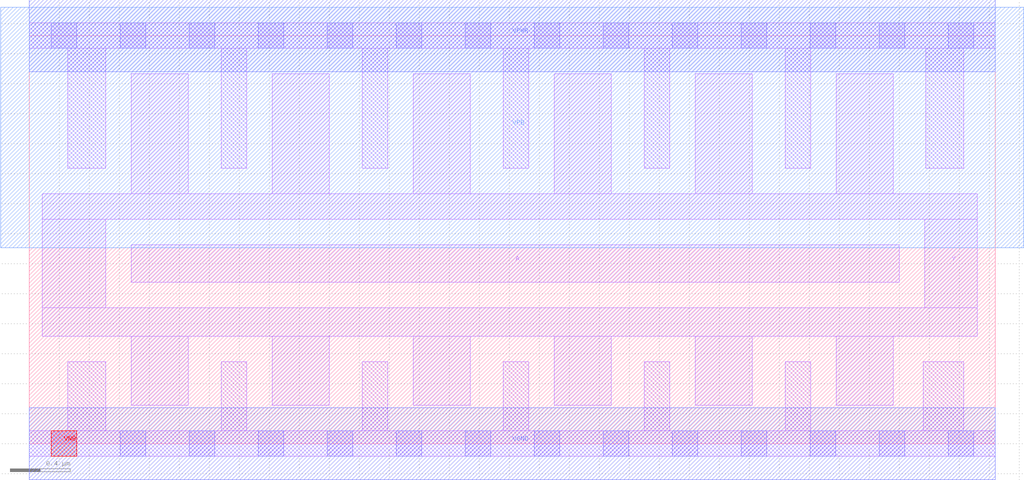
<source format=lef>
# Copyright 2020 The SkyWater PDK Authors
#
# Licensed under the Apache License, Version 2.0 (the "License");
# you may not use this file except in compliance with the License.
# You may obtain a copy of the License at
#
#     https://www.apache.org/licenses/LICENSE-2.0
#
# Unless required by applicable law or agreed to in writing, software
# distributed under the License is distributed on an "AS IS" BASIS,
# WITHOUT WARRANTIES OR CONDITIONS OF ANY KIND, either express or implied.
# See the License for the specific language governing permissions and
# limitations under the License.
#
# SPDX-License-Identifier: Apache-2.0

VERSION 5.7 ;
  NOWIREEXTENSIONATPIN ON ;
  DIVIDERCHAR "/" ;
  BUSBITCHARS "[]" ;
PROPERTYDEFINITIONS
  MACRO maskLayoutSubType STRING ;
  MACRO prCellType STRING ;
  MACRO originalViewName STRING ;
END PROPERTYDEFINITIONS
MACRO sky130_fd_sc_hdll__inv_12
  CLASS CORE ;
  FOREIGN sky130_fd_sc_hdll__inv_12 ;
  ORIGIN  0.000000  0.000000 ;
  SIZE  6.440000 BY  2.720000 ;
  SYMMETRY X Y R90 ;
  SITE unithd ;
  PIN A
    ANTENNAGATEAREA  3.330000 ;
    DIRECTION INPUT ;
    USE SIGNAL ;
    PORT
      LAYER li1 ;
        RECT 0.680000 1.075000 5.800000 1.325000 ;
    END
  END A
  PIN VGND
    ANTENNADIFFAREA  1.384500 ;
    DIRECTION INOUT ;
    USE SIGNAL ;
    PORT
      LAYER met1 ;
        RECT 0.000000 -0.240000 6.440000 0.240000 ;
    END
  END VGND
  PIN VNB
    PORT
      LAYER pwell ;
        RECT 0.145000 -0.085000 0.315000 0.085000 ;
    END
  END VNB
  PIN VPB
    PORT
      LAYER nwell ;
        RECT -0.190000 1.305000 6.630000 2.910000 ;
    END
  END VPB
  PIN VPWR
    ANTENNADIFFAREA  2.000000 ;
    DIRECTION INOUT ;
    USE SIGNAL ;
    PORT
      LAYER met1 ;
        RECT 0.000000 2.480000 6.440000 2.960000 ;
    END
  END VPWR
  PIN Y
    ANTENNADIFFAREA  3.020500 ;
    DIRECTION OUTPUT ;
    USE SIGNAL ;
    PORT
      LAYER li1 ;
        RECT 0.085000 0.715000 6.320000 0.905000 ;
        RECT 0.085000 0.905000 0.510000 1.495000 ;
        RECT 0.085000 1.495000 6.320000 1.665000 ;
        RECT 0.680000 0.255000 1.060000 0.715000 ;
        RECT 0.680000 1.665000 1.060000 2.465000 ;
        RECT 1.620000 0.255000 2.000000 0.715000 ;
        RECT 1.620000 1.665000 2.000000 2.465000 ;
        RECT 2.560000 0.255000 2.940000 0.715000 ;
        RECT 2.560000 1.665000 2.940000 2.465000 ;
        RECT 3.500000 0.255000 3.880000 0.715000 ;
        RECT 3.500000 1.665000 3.880000 2.465000 ;
        RECT 4.440000 0.255000 4.820000 0.715000 ;
        RECT 4.440000 1.665000 4.820000 2.465000 ;
        RECT 5.380000 0.255000 5.760000 0.715000 ;
        RECT 5.380000 1.665000 5.760000 2.465000 ;
        RECT 5.970000 0.905000 6.320000 1.495000 ;
    END
  END Y
  OBS
    LAYER li1 ;
      RECT 0.000000 -0.085000 6.440000 0.085000 ;
      RECT 0.000000  2.635000 6.440000 2.805000 ;
      RECT 0.255000  0.085000 0.510000 0.545000 ;
      RECT 0.255000  1.835000 0.510000 2.635000 ;
      RECT 1.280000  0.085000 1.450000 0.545000 ;
      RECT 1.280000  1.835000 1.450000 2.635000 ;
      RECT 2.220000  0.085000 2.390000 0.545000 ;
      RECT 2.220000  1.835000 2.390000 2.635000 ;
      RECT 3.160000  0.085000 3.330000 0.545000 ;
      RECT 3.160000  1.835000 3.330000 2.635000 ;
      RECT 4.100000  0.085000 4.270000 0.545000 ;
      RECT 4.100000  1.835000 4.270000 2.635000 ;
      RECT 5.040000  0.085000 5.210000 0.545000 ;
      RECT 5.040000  1.835000 5.210000 2.635000 ;
      RECT 5.960000  0.085000 6.230000 0.545000 ;
      RECT 5.975000  1.835000 6.230000 2.635000 ;
    LAYER mcon ;
      RECT 0.145000 -0.085000 0.315000 0.085000 ;
      RECT 0.145000  2.635000 0.315000 2.805000 ;
      RECT 0.605000 -0.085000 0.775000 0.085000 ;
      RECT 0.605000  2.635000 0.775000 2.805000 ;
      RECT 1.065000 -0.085000 1.235000 0.085000 ;
      RECT 1.065000  2.635000 1.235000 2.805000 ;
      RECT 1.525000 -0.085000 1.695000 0.085000 ;
      RECT 1.525000  2.635000 1.695000 2.805000 ;
      RECT 1.985000 -0.085000 2.155000 0.085000 ;
      RECT 1.985000  2.635000 2.155000 2.805000 ;
      RECT 2.445000 -0.085000 2.615000 0.085000 ;
      RECT 2.445000  2.635000 2.615000 2.805000 ;
      RECT 2.905000 -0.085000 3.075000 0.085000 ;
      RECT 2.905000  2.635000 3.075000 2.805000 ;
      RECT 3.365000 -0.085000 3.535000 0.085000 ;
      RECT 3.365000  2.635000 3.535000 2.805000 ;
      RECT 3.825000 -0.085000 3.995000 0.085000 ;
      RECT 3.825000  2.635000 3.995000 2.805000 ;
      RECT 4.285000 -0.085000 4.455000 0.085000 ;
      RECT 4.285000  2.635000 4.455000 2.805000 ;
      RECT 4.745000 -0.085000 4.915000 0.085000 ;
      RECT 4.745000  2.635000 4.915000 2.805000 ;
      RECT 5.205000 -0.085000 5.375000 0.085000 ;
      RECT 5.205000  2.635000 5.375000 2.805000 ;
      RECT 5.665000 -0.085000 5.835000 0.085000 ;
      RECT 5.665000  2.635000 5.835000 2.805000 ;
      RECT 6.125000 -0.085000 6.295000 0.085000 ;
      RECT 6.125000  2.635000 6.295000 2.805000 ;
  END
  PROPERTY maskLayoutSubType "abstract" ;
  PROPERTY prCellType "standard" ;
  PROPERTY originalViewName "layout" ;
END sky130_fd_sc_hdll__inv_12
END LIBRARY

</source>
